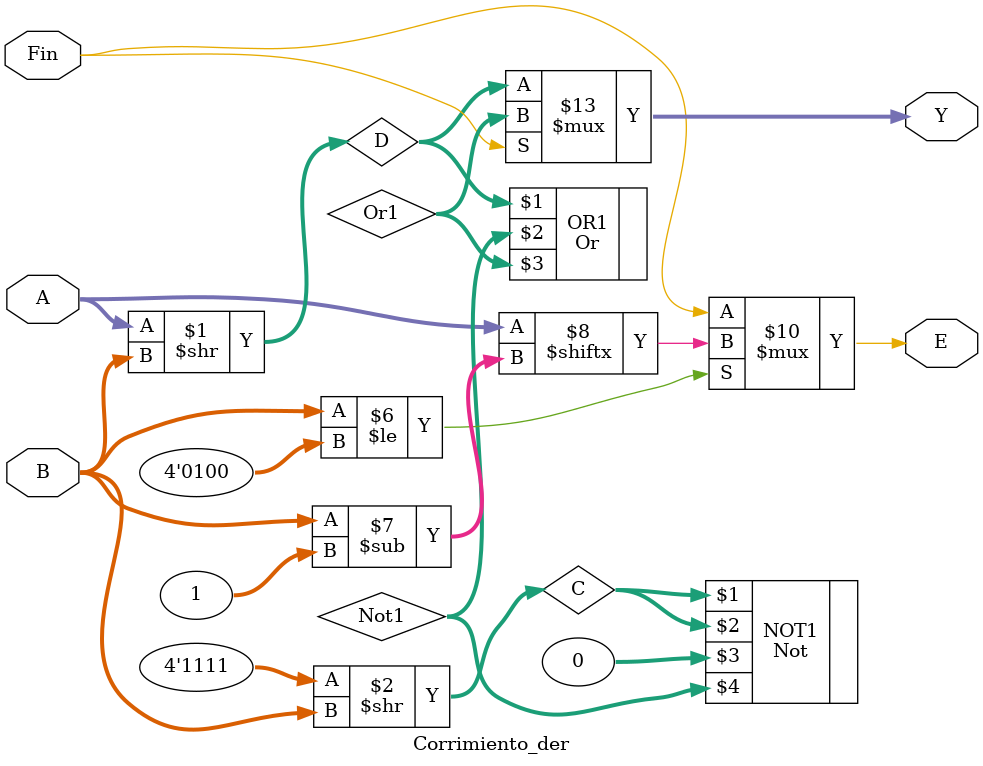
<source format=v>
module Corrimiento_der (A, B, Fin, E, Y);
    parameter B_W = 4;

    input wire [B_W-1:0] A, B;
    input Fin;

    output reg [B_W-1:0] Y;
    output reg E;

    wire [B_W-1:0] C, D;
    wire [B_W-1:0] Not1;
    wire [B_W-1:0] Or1;

    assign D = A >> B;
    assign C = {B_W{1'b1}} >> B;
    
    Not #(.B_W(B_W)) NOT1 (C, C, 0, Not1);
    Or #(.B_W(B_W)) OR1 (D, Not1, Or1);
    
   always @(*) begin
   
	if (Fin)

	 Y = Or1 ;
    
    	else
    	
    	 Y = D;
   end

   always @(*) begin
   
	if (B<=4'b0100)

	E = A[B-1];
    
    	else
    	
    	E = Fin;
    	 
    end

endmodule


</source>
